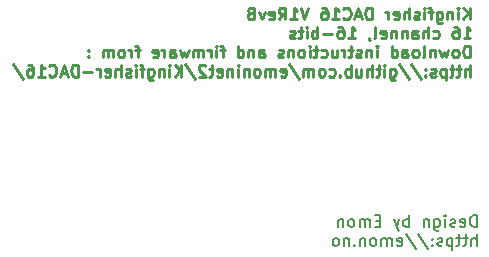
<source format=gbr>
%TF.GenerationSoftware,KiCad,Pcbnew,8.0.5*%
%TF.CreationDate,2024-10-20T03:08:34+02:00*%
%TF.ProjectId,Kingfisher,4b696e67-6669-4736-9865-722e6b696361,rev?*%
%TF.SameCoordinates,Original*%
%TF.FileFunction,Legend,Bot*%
%TF.FilePolarity,Positive*%
%FSLAX46Y46*%
G04 Gerber Fmt 4.6, Leading zero omitted, Abs format (unit mm)*
G04 Created by KiCad (PCBNEW 8.0.5) date 2024-10-20 03:08:34*
%MOMM*%
%LPD*%
G01*
G04 APERTURE LIST*
%ADD10C,0.250000*%
%ADD11C,0.150000*%
G04 APERTURE END LIST*
D10*
X169597431Y-114784787D02*
X169597431Y-113784787D01*
X169026003Y-114784787D02*
X169454574Y-114213358D01*
X169026003Y-113784787D02*
X169597431Y-114356215D01*
X168597431Y-114784787D02*
X168597431Y-114118120D01*
X168597431Y-113784787D02*
X168645050Y-113832406D01*
X168645050Y-113832406D02*
X168597431Y-113880025D01*
X168597431Y-113880025D02*
X168549812Y-113832406D01*
X168549812Y-113832406D02*
X168597431Y-113784787D01*
X168597431Y-113784787D02*
X168597431Y-113880025D01*
X168121241Y-114118120D02*
X168121241Y-114784787D01*
X168121241Y-114213358D02*
X168073622Y-114165739D01*
X168073622Y-114165739D02*
X167978384Y-114118120D01*
X167978384Y-114118120D02*
X167835527Y-114118120D01*
X167835527Y-114118120D02*
X167740289Y-114165739D01*
X167740289Y-114165739D02*
X167692670Y-114260977D01*
X167692670Y-114260977D02*
X167692670Y-114784787D01*
X166787908Y-114118120D02*
X166787908Y-114927644D01*
X166787908Y-114927644D02*
X166835527Y-115022882D01*
X166835527Y-115022882D02*
X166883146Y-115070501D01*
X166883146Y-115070501D02*
X166978384Y-115118120D01*
X166978384Y-115118120D02*
X167121241Y-115118120D01*
X167121241Y-115118120D02*
X167216479Y-115070501D01*
X166787908Y-114737168D02*
X166883146Y-114784787D01*
X166883146Y-114784787D02*
X167073622Y-114784787D01*
X167073622Y-114784787D02*
X167168860Y-114737168D01*
X167168860Y-114737168D02*
X167216479Y-114689548D01*
X167216479Y-114689548D02*
X167264098Y-114594310D01*
X167264098Y-114594310D02*
X167264098Y-114308596D01*
X167264098Y-114308596D02*
X167216479Y-114213358D01*
X167216479Y-114213358D02*
X167168860Y-114165739D01*
X167168860Y-114165739D02*
X167073622Y-114118120D01*
X167073622Y-114118120D02*
X166883146Y-114118120D01*
X166883146Y-114118120D02*
X166787908Y-114165739D01*
X166454574Y-114118120D02*
X166073622Y-114118120D01*
X166311717Y-114784787D02*
X166311717Y-113927644D01*
X166311717Y-113927644D02*
X166264098Y-113832406D01*
X166264098Y-113832406D02*
X166168860Y-113784787D01*
X166168860Y-113784787D02*
X166073622Y-113784787D01*
X165740288Y-114784787D02*
X165740288Y-114118120D01*
X165740288Y-113784787D02*
X165787907Y-113832406D01*
X165787907Y-113832406D02*
X165740288Y-113880025D01*
X165740288Y-113880025D02*
X165692669Y-113832406D01*
X165692669Y-113832406D02*
X165740288Y-113784787D01*
X165740288Y-113784787D02*
X165740288Y-113880025D01*
X165311717Y-114737168D02*
X165216479Y-114784787D01*
X165216479Y-114784787D02*
X165026003Y-114784787D01*
X165026003Y-114784787D02*
X164930765Y-114737168D01*
X164930765Y-114737168D02*
X164883146Y-114641929D01*
X164883146Y-114641929D02*
X164883146Y-114594310D01*
X164883146Y-114594310D02*
X164930765Y-114499072D01*
X164930765Y-114499072D02*
X165026003Y-114451453D01*
X165026003Y-114451453D02*
X165168860Y-114451453D01*
X165168860Y-114451453D02*
X165264098Y-114403834D01*
X165264098Y-114403834D02*
X165311717Y-114308596D01*
X165311717Y-114308596D02*
X165311717Y-114260977D01*
X165311717Y-114260977D02*
X165264098Y-114165739D01*
X165264098Y-114165739D02*
X165168860Y-114118120D01*
X165168860Y-114118120D02*
X165026003Y-114118120D01*
X165026003Y-114118120D02*
X164930765Y-114165739D01*
X164454574Y-114784787D02*
X164454574Y-113784787D01*
X164026003Y-114784787D02*
X164026003Y-114260977D01*
X164026003Y-114260977D02*
X164073622Y-114165739D01*
X164073622Y-114165739D02*
X164168860Y-114118120D01*
X164168860Y-114118120D02*
X164311717Y-114118120D01*
X164311717Y-114118120D02*
X164406955Y-114165739D01*
X164406955Y-114165739D02*
X164454574Y-114213358D01*
X163168860Y-114737168D02*
X163264098Y-114784787D01*
X163264098Y-114784787D02*
X163454574Y-114784787D01*
X163454574Y-114784787D02*
X163549812Y-114737168D01*
X163549812Y-114737168D02*
X163597431Y-114641929D01*
X163597431Y-114641929D02*
X163597431Y-114260977D01*
X163597431Y-114260977D02*
X163549812Y-114165739D01*
X163549812Y-114165739D02*
X163454574Y-114118120D01*
X163454574Y-114118120D02*
X163264098Y-114118120D01*
X163264098Y-114118120D02*
X163168860Y-114165739D01*
X163168860Y-114165739D02*
X163121241Y-114260977D01*
X163121241Y-114260977D02*
X163121241Y-114356215D01*
X163121241Y-114356215D02*
X163597431Y-114451453D01*
X162692669Y-114784787D02*
X162692669Y-114118120D01*
X162692669Y-114308596D02*
X162645050Y-114213358D01*
X162645050Y-114213358D02*
X162597431Y-114165739D01*
X162597431Y-114165739D02*
X162502193Y-114118120D01*
X162502193Y-114118120D02*
X162406955Y-114118120D01*
X161311716Y-114784787D02*
X161311716Y-113784787D01*
X161311716Y-113784787D02*
X161073621Y-113784787D01*
X161073621Y-113784787D02*
X160930764Y-113832406D01*
X160930764Y-113832406D02*
X160835526Y-113927644D01*
X160835526Y-113927644D02*
X160787907Y-114022882D01*
X160787907Y-114022882D02*
X160740288Y-114213358D01*
X160740288Y-114213358D02*
X160740288Y-114356215D01*
X160740288Y-114356215D02*
X160787907Y-114546691D01*
X160787907Y-114546691D02*
X160835526Y-114641929D01*
X160835526Y-114641929D02*
X160930764Y-114737168D01*
X160930764Y-114737168D02*
X161073621Y-114784787D01*
X161073621Y-114784787D02*
X161311716Y-114784787D01*
X160359335Y-114499072D02*
X159883145Y-114499072D01*
X160454573Y-114784787D02*
X160121240Y-113784787D01*
X160121240Y-113784787D02*
X159787907Y-114784787D01*
X158883145Y-114689548D02*
X158930764Y-114737168D01*
X158930764Y-114737168D02*
X159073621Y-114784787D01*
X159073621Y-114784787D02*
X159168859Y-114784787D01*
X159168859Y-114784787D02*
X159311716Y-114737168D01*
X159311716Y-114737168D02*
X159406954Y-114641929D01*
X159406954Y-114641929D02*
X159454573Y-114546691D01*
X159454573Y-114546691D02*
X159502192Y-114356215D01*
X159502192Y-114356215D02*
X159502192Y-114213358D01*
X159502192Y-114213358D02*
X159454573Y-114022882D01*
X159454573Y-114022882D02*
X159406954Y-113927644D01*
X159406954Y-113927644D02*
X159311716Y-113832406D01*
X159311716Y-113832406D02*
X159168859Y-113784787D01*
X159168859Y-113784787D02*
X159073621Y-113784787D01*
X159073621Y-113784787D02*
X158930764Y-113832406D01*
X158930764Y-113832406D02*
X158883145Y-113880025D01*
X157930764Y-114784787D02*
X158502192Y-114784787D01*
X158216478Y-114784787D02*
X158216478Y-113784787D01*
X158216478Y-113784787D02*
X158311716Y-113927644D01*
X158311716Y-113927644D02*
X158406954Y-114022882D01*
X158406954Y-114022882D02*
X158502192Y-114070501D01*
X157073621Y-113784787D02*
X157264097Y-113784787D01*
X157264097Y-113784787D02*
X157359335Y-113832406D01*
X157359335Y-113832406D02*
X157406954Y-113880025D01*
X157406954Y-113880025D02*
X157502192Y-114022882D01*
X157502192Y-114022882D02*
X157549811Y-114213358D01*
X157549811Y-114213358D02*
X157549811Y-114594310D01*
X157549811Y-114594310D02*
X157502192Y-114689548D01*
X157502192Y-114689548D02*
X157454573Y-114737168D01*
X157454573Y-114737168D02*
X157359335Y-114784787D01*
X157359335Y-114784787D02*
X157168859Y-114784787D01*
X157168859Y-114784787D02*
X157073621Y-114737168D01*
X157073621Y-114737168D02*
X157026002Y-114689548D01*
X157026002Y-114689548D02*
X156978383Y-114594310D01*
X156978383Y-114594310D02*
X156978383Y-114356215D01*
X156978383Y-114356215D02*
X157026002Y-114260977D01*
X157026002Y-114260977D02*
X157073621Y-114213358D01*
X157073621Y-114213358D02*
X157168859Y-114165739D01*
X157168859Y-114165739D02*
X157359335Y-114165739D01*
X157359335Y-114165739D02*
X157454573Y-114213358D01*
X157454573Y-114213358D02*
X157502192Y-114260977D01*
X157502192Y-114260977D02*
X157549811Y-114356215D01*
X155930763Y-113784787D02*
X155597430Y-114784787D01*
X155597430Y-114784787D02*
X155264097Y-113784787D01*
X154406954Y-114784787D02*
X154978382Y-114784787D01*
X154692668Y-114784787D02*
X154692668Y-113784787D01*
X154692668Y-113784787D02*
X154787906Y-113927644D01*
X154787906Y-113927644D02*
X154883144Y-114022882D01*
X154883144Y-114022882D02*
X154978382Y-114070501D01*
X153406954Y-114784787D02*
X153740287Y-114308596D01*
X153978382Y-114784787D02*
X153978382Y-113784787D01*
X153978382Y-113784787D02*
X153597430Y-113784787D01*
X153597430Y-113784787D02*
X153502192Y-113832406D01*
X153502192Y-113832406D02*
X153454573Y-113880025D01*
X153454573Y-113880025D02*
X153406954Y-113975263D01*
X153406954Y-113975263D02*
X153406954Y-114118120D01*
X153406954Y-114118120D02*
X153454573Y-114213358D01*
X153454573Y-114213358D02*
X153502192Y-114260977D01*
X153502192Y-114260977D02*
X153597430Y-114308596D01*
X153597430Y-114308596D02*
X153978382Y-114308596D01*
X152597430Y-114737168D02*
X152692668Y-114784787D01*
X152692668Y-114784787D02*
X152883144Y-114784787D01*
X152883144Y-114784787D02*
X152978382Y-114737168D01*
X152978382Y-114737168D02*
X153026001Y-114641929D01*
X153026001Y-114641929D02*
X153026001Y-114260977D01*
X153026001Y-114260977D02*
X152978382Y-114165739D01*
X152978382Y-114165739D02*
X152883144Y-114118120D01*
X152883144Y-114118120D02*
X152692668Y-114118120D01*
X152692668Y-114118120D02*
X152597430Y-114165739D01*
X152597430Y-114165739D02*
X152549811Y-114260977D01*
X152549811Y-114260977D02*
X152549811Y-114356215D01*
X152549811Y-114356215D02*
X153026001Y-114451453D01*
X152216477Y-114118120D02*
X151978382Y-114784787D01*
X151978382Y-114784787D02*
X151740287Y-114118120D01*
X151026001Y-114260977D02*
X150883144Y-114308596D01*
X150883144Y-114308596D02*
X150835525Y-114356215D01*
X150835525Y-114356215D02*
X150787906Y-114451453D01*
X150787906Y-114451453D02*
X150787906Y-114594310D01*
X150787906Y-114594310D02*
X150835525Y-114689548D01*
X150835525Y-114689548D02*
X150883144Y-114737168D01*
X150883144Y-114737168D02*
X150978382Y-114784787D01*
X150978382Y-114784787D02*
X151359334Y-114784787D01*
X151359334Y-114784787D02*
X151359334Y-113784787D01*
X151359334Y-113784787D02*
X151026001Y-113784787D01*
X151026001Y-113784787D02*
X150930763Y-113832406D01*
X150930763Y-113832406D02*
X150883144Y-113880025D01*
X150883144Y-113880025D02*
X150835525Y-113975263D01*
X150835525Y-113975263D02*
X150835525Y-114070501D01*
X150835525Y-114070501D02*
X150883144Y-114165739D01*
X150883144Y-114165739D02*
X150930763Y-114213358D01*
X150930763Y-114213358D02*
X151026001Y-114260977D01*
X151026001Y-114260977D02*
X151359334Y-114260977D01*
X169073622Y-116394731D02*
X169645050Y-116394731D01*
X169359336Y-116394731D02*
X169359336Y-115394731D01*
X169359336Y-115394731D02*
X169454574Y-115537588D01*
X169454574Y-115537588D02*
X169549812Y-115632826D01*
X169549812Y-115632826D02*
X169645050Y-115680445D01*
X168216479Y-115394731D02*
X168406955Y-115394731D01*
X168406955Y-115394731D02*
X168502193Y-115442350D01*
X168502193Y-115442350D02*
X168549812Y-115489969D01*
X168549812Y-115489969D02*
X168645050Y-115632826D01*
X168645050Y-115632826D02*
X168692669Y-115823302D01*
X168692669Y-115823302D02*
X168692669Y-116204254D01*
X168692669Y-116204254D02*
X168645050Y-116299492D01*
X168645050Y-116299492D02*
X168597431Y-116347112D01*
X168597431Y-116347112D02*
X168502193Y-116394731D01*
X168502193Y-116394731D02*
X168311717Y-116394731D01*
X168311717Y-116394731D02*
X168216479Y-116347112D01*
X168216479Y-116347112D02*
X168168860Y-116299492D01*
X168168860Y-116299492D02*
X168121241Y-116204254D01*
X168121241Y-116204254D02*
X168121241Y-115966159D01*
X168121241Y-115966159D02*
X168168860Y-115870921D01*
X168168860Y-115870921D02*
X168216479Y-115823302D01*
X168216479Y-115823302D02*
X168311717Y-115775683D01*
X168311717Y-115775683D02*
X168502193Y-115775683D01*
X168502193Y-115775683D02*
X168597431Y-115823302D01*
X168597431Y-115823302D02*
X168645050Y-115870921D01*
X168645050Y-115870921D02*
X168692669Y-115966159D01*
X166502193Y-116347112D02*
X166597431Y-116394731D01*
X166597431Y-116394731D02*
X166787907Y-116394731D01*
X166787907Y-116394731D02*
X166883145Y-116347112D01*
X166883145Y-116347112D02*
X166930764Y-116299492D01*
X166930764Y-116299492D02*
X166978383Y-116204254D01*
X166978383Y-116204254D02*
X166978383Y-115918540D01*
X166978383Y-115918540D02*
X166930764Y-115823302D01*
X166930764Y-115823302D02*
X166883145Y-115775683D01*
X166883145Y-115775683D02*
X166787907Y-115728064D01*
X166787907Y-115728064D02*
X166597431Y-115728064D01*
X166597431Y-115728064D02*
X166502193Y-115775683D01*
X166073621Y-116394731D02*
X166073621Y-115394731D01*
X165645050Y-116394731D02*
X165645050Y-115870921D01*
X165645050Y-115870921D02*
X165692669Y-115775683D01*
X165692669Y-115775683D02*
X165787907Y-115728064D01*
X165787907Y-115728064D02*
X165930764Y-115728064D01*
X165930764Y-115728064D02*
X166026002Y-115775683D01*
X166026002Y-115775683D02*
X166073621Y-115823302D01*
X164740288Y-116394731D02*
X164740288Y-115870921D01*
X164740288Y-115870921D02*
X164787907Y-115775683D01*
X164787907Y-115775683D02*
X164883145Y-115728064D01*
X164883145Y-115728064D02*
X165073621Y-115728064D01*
X165073621Y-115728064D02*
X165168859Y-115775683D01*
X164740288Y-116347112D02*
X164835526Y-116394731D01*
X164835526Y-116394731D02*
X165073621Y-116394731D01*
X165073621Y-116394731D02*
X165168859Y-116347112D01*
X165168859Y-116347112D02*
X165216478Y-116251873D01*
X165216478Y-116251873D02*
X165216478Y-116156635D01*
X165216478Y-116156635D02*
X165168859Y-116061397D01*
X165168859Y-116061397D02*
X165073621Y-116013778D01*
X165073621Y-116013778D02*
X164835526Y-116013778D01*
X164835526Y-116013778D02*
X164740288Y-115966159D01*
X164264097Y-115728064D02*
X164264097Y-116394731D01*
X164264097Y-115823302D02*
X164216478Y-115775683D01*
X164216478Y-115775683D02*
X164121240Y-115728064D01*
X164121240Y-115728064D02*
X163978383Y-115728064D01*
X163978383Y-115728064D02*
X163883145Y-115775683D01*
X163883145Y-115775683D02*
X163835526Y-115870921D01*
X163835526Y-115870921D02*
X163835526Y-116394731D01*
X163359335Y-115728064D02*
X163359335Y-116394731D01*
X163359335Y-115823302D02*
X163311716Y-115775683D01*
X163311716Y-115775683D02*
X163216478Y-115728064D01*
X163216478Y-115728064D02*
X163073621Y-115728064D01*
X163073621Y-115728064D02*
X162978383Y-115775683D01*
X162978383Y-115775683D02*
X162930764Y-115870921D01*
X162930764Y-115870921D02*
X162930764Y-116394731D01*
X162073621Y-116347112D02*
X162168859Y-116394731D01*
X162168859Y-116394731D02*
X162359335Y-116394731D01*
X162359335Y-116394731D02*
X162454573Y-116347112D01*
X162454573Y-116347112D02*
X162502192Y-116251873D01*
X162502192Y-116251873D02*
X162502192Y-115870921D01*
X162502192Y-115870921D02*
X162454573Y-115775683D01*
X162454573Y-115775683D02*
X162359335Y-115728064D01*
X162359335Y-115728064D02*
X162168859Y-115728064D01*
X162168859Y-115728064D02*
X162073621Y-115775683D01*
X162073621Y-115775683D02*
X162026002Y-115870921D01*
X162026002Y-115870921D02*
X162026002Y-115966159D01*
X162026002Y-115966159D02*
X162502192Y-116061397D01*
X161454573Y-116394731D02*
X161549811Y-116347112D01*
X161549811Y-116347112D02*
X161597430Y-116251873D01*
X161597430Y-116251873D02*
X161597430Y-115394731D01*
X161026001Y-116347112D02*
X161026001Y-116394731D01*
X161026001Y-116394731D02*
X161073620Y-116489969D01*
X161073620Y-116489969D02*
X161121239Y-116537588D01*
X159311716Y-116394731D02*
X159883144Y-116394731D01*
X159597430Y-116394731D02*
X159597430Y-115394731D01*
X159597430Y-115394731D02*
X159692668Y-115537588D01*
X159692668Y-115537588D02*
X159787906Y-115632826D01*
X159787906Y-115632826D02*
X159883144Y-115680445D01*
X158454573Y-115394731D02*
X158645049Y-115394731D01*
X158645049Y-115394731D02*
X158740287Y-115442350D01*
X158740287Y-115442350D02*
X158787906Y-115489969D01*
X158787906Y-115489969D02*
X158883144Y-115632826D01*
X158883144Y-115632826D02*
X158930763Y-115823302D01*
X158930763Y-115823302D02*
X158930763Y-116204254D01*
X158930763Y-116204254D02*
X158883144Y-116299492D01*
X158883144Y-116299492D02*
X158835525Y-116347112D01*
X158835525Y-116347112D02*
X158740287Y-116394731D01*
X158740287Y-116394731D02*
X158549811Y-116394731D01*
X158549811Y-116394731D02*
X158454573Y-116347112D01*
X158454573Y-116347112D02*
X158406954Y-116299492D01*
X158406954Y-116299492D02*
X158359335Y-116204254D01*
X158359335Y-116204254D02*
X158359335Y-115966159D01*
X158359335Y-115966159D02*
X158406954Y-115870921D01*
X158406954Y-115870921D02*
X158454573Y-115823302D01*
X158454573Y-115823302D02*
X158549811Y-115775683D01*
X158549811Y-115775683D02*
X158740287Y-115775683D01*
X158740287Y-115775683D02*
X158835525Y-115823302D01*
X158835525Y-115823302D02*
X158883144Y-115870921D01*
X158883144Y-115870921D02*
X158930763Y-115966159D01*
X157930763Y-116013778D02*
X157168859Y-116013778D01*
X156692668Y-116394731D02*
X156692668Y-115394731D01*
X156692668Y-115775683D02*
X156597430Y-115728064D01*
X156597430Y-115728064D02*
X156406954Y-115728064D01*
X156406954Y-115728064D02*
X156311716Y-115775683D01*
X156311716Y-115775683D02*
X156264097Y-115823302D01*
X156264097Y-115823302D02*
X156216478Y-115918540D01*
X156216478Y-115918540D02*
X156216478Y-116204254D01*
X156216478Y-116204254D02*
X156264097Y-116299492D01*
X156264097Y-116299492D02*
X156311716Y-116347112D01*
X156311716Y-116347112D02*
X156406954Y-116394731D01*
X156406954Y-116394731D02*
X156597430Y-116394731D01*
X156597430Y-116394731D02*
X156692668Y-116347112D01*
X155787906Y-116394731D02*
X155787906Y-115728064D01*
X155787906Y-115394731D02*
X155835525Y-115442350D01*
X155835525Y-115442350D02*
X155787906Y-115489969D01*
X155787906Y-115489969D02*
X155740287Y-115442350D01*
X155740287Y-115442350D02*
X155787906Y-115394731D01*
X155787906Y-115394731D02*
X155787906Y-115489969D01*
X155454573Y-115728064D02*
X155073621Y-115728064D01*
X155311716Y-115394731D02*
X155311716Y-116251873D01*
X155311716Y-116251873D02*
X155264097Y-116347112D01*
X155264097Y-116347112D02*
X155168859Y-116394731D01*
X155168859Y-116394731D02*
X155073621Y-116394731D01*
X154787906Y-116347112D02*
X154692668Y-116394731D01*
X154692668Y-116394731D02*
X154502192Y-116394731D01*
X154502192Y-116394731D02*
X154406954Y-116347112D01*
X154406954Y-116347112D02*
X154359335Y-116251873D01*
X154359335Y-116251873D02*
X154359335Y-116204254D01*
X154359335Y-116204254D02*
X154406954Y-116109016D01*
X154406954Y-116109016D02*
X154502192Y-116061397D01*
X154502192Y-116061397D02*
X154645049Y-116061397D01*
X154645049Y-116061397D02*
X154740287Y-116013778D01*
X154740287Y-116013778D02*
X154787906Y-115918540D01*
X154787906Y-115918540D02*
X154787906Y-115870921D01*
X154787906Y-115870921D02*
X154740287Y-115775683D01*
X154740287Y-115775683D02*
X154645049Y-115728064D01*
X154645049Y-115728064D02*
X154502192Y-115728064D01*
X154502192Y-115728064D02*
X154406954Y-115775683D01*
X169597431Y-118004675D02*
X169597431Y-117004675D01*
X169597431Y-117004675D02*
X169359336Y-117004675D01*
X169359336Y-117004675D02*
X169216479Y-117052294D01*
X169216479Y-117052294D02*
X169121241Y-117147532D01*
X169121241Y-117147532D02*
X169073622Y-117242770D01*
X169073622Y-117242770D02*
X169026003Y-117433246D01*
X169026003Y-117433246D02*
X169026003Y-117576103D01*
X169026003Y-117576103D02*
X169073622Y-117766579D01*
X169073622Y-117766579D02*
X169121241Y-117861817D01*
X169121241Y-117861817D02*
X169216479Y-117957056D01*
X169216479Y-117957056D02*
X169359336Y-118004675D01*
X169359336Y-118004675D02*
X169597431Y-118004675D01*
X168454574Y-118004675D02*
X168549812Y-117957056D01*
X168549812Y-117957056D02*
X168597431Y-117909436D01*
X168597431Y-117909436D02*
X168645050Y-117814198D01*
X168645050Y-117814198D02*
X168645050Y-117528484D01*
X168645050Y-117528484D02*
X168597431Y-117433246D01*
X168597431Y-117433246D02*
X168549812Y-117385627D01*
X168549812Y-117385627D02*
X168454574Y-117338008D01*
X168454574Y-117338008D02*
X168311717Y-117338008D01*
X168311717Y-117338008D02*
X168216479Y-117385627D01*
X168216479Y-117385627D02*
X168168860Y-117433246D01*
X168168860Y-117433246D02*
X168121241Y-117528484D01*
X168121241Y-117528484D02*
X168121241Y-117814198D01*
X168121241Y-117814198D02*
X168168860Y-117909436D01*
X168168860Y-117909436D02*
X168216479Y-117957056D01*
X168216479Y-117957056D02*
X168311717Y-118004675D01*
X168311717Y-118004675D02*
X168454574Y-118004675D01*
X167787907Y-117338008D02*
X167597431Y-118004675D01*
X167597431Y-118004675D02*
X167406955Y-117528484D01*
X167406955Y-117528484D02*
X167216479Y-118004675D01*
X167216479Y-118004675D02*
X167026003Y-117338008D01*
X166645050Y-117338008D02*
X166645050Y-118004675D01*
X166645050Y-117433246D02*
X166597431Y-117385627D01*
X166597431Y-117385627D02*
X166502193Y-117338008D01*
X166502193Y-117338008D02*
X166359336Y-117338008D01*
X166359336Y-117338008D02*
X166264098Y-117385627D01*
X166264098Y-117385627D02*
X166216479Y-117480865D01*
X166216479Y-117480865D02*
X166216479Y-118004675D01*
X165597431Y-118004675D02*
X165692669Y-117957056D01*
X165692669Y-117957056D02*
X165740288Y-117861817D01*
X165740288Y-117861817D02*
X165740288Y-117004675D01*
X165073621Y-118004675D02*
X165168859Y-117957056D01*
X165168859Y-117957056D02*
X165216478Y-117909436D01*
X165216478Y-117909436D02*
X165264097Y-117814198D01*
X165264097Y-117814198D02*
X165264097Y-117528484D01*
X165264097Y-117528484D02*
X165216478Y-117433246D01*
X165216478Y-117433246D02*
X165168859Y-117385627D01*
X165168859Y-117385627D02*
X165073621Y-117338008D01*
X165073621Y-117338008D02*
X164930764Y-117338008D01*
X164930764Y-117338008D02*
X164835526Y-117385627D01*
X164835526Y-117385627D02*
X164787907Y-117433246D01*
X164787907Y-117433246D02*
X164740288Y-117528484D01*
X164740288Y-117528484D02*
X164740288Y-117814198D01*
X164740288Y-117814198D02*
X164787907Y-117909436D01*
X164787907Y-117909436D02*
X164835526Y-117957056D01*
X164835526Y-117957056D02*
X164930764Y-118004675D01*
X164930764Y-118004675D02*
X165073621Y-118004675D01*
X163883145Y-118004675D02*
X163883145Y-117480865D01*
X163883145Y-117480865D02*
X163930764Y-117385627D01*
X163930764Y-117385627D02*
X164026002Y-117338008D01*
X164026002Y-117338008D02*
X164216478Y-117338008D01*
X164216478Y-117338008D02*
X164311716Y-117385627D01*
X163883145Y-117957056D02*
X163978383Y-118004675D01*
X163978383Y-118004675D02*
X164216478Y-118004675D01*
X164216478Y-118004675D02*
X164311716Y-117957056D01*
X164311716Y-117957056D02*
X164359335Y-117861817D01*
X164359335Y-117861817D02*
X164359335Y-117766579D01*
X164359335Y-117766579D02*
X164311716Y-117671341D01*
X164311716Y-117671341D02*
X164216478Y-117623722D01*
X164216478Y-117623722D02*
X163978383Y-117623722D01*
X163978383Y-117623722D02*
X163883145Y-117576103D01*
X162978383Y-118004675D02*
X162978383Y-117004675D01*
X162978383Y-117957056D02*
X163073621Y-118004675D01*
X163073621Y-118004675D02*
X163264097Y-118004675D01*
X163264097Y-118004675D02*
X163359335Y-117957056D01*
X163359335Y-117957056D02*
X163406954Y-117909436D01*
X163406954Y-117909436D02*
X163454573Y-117814198D01*
X163454573Y-117814198D02*
X163454573Y-117528484D01*
X163454573Y-117528484D02*
X163406954Y-117433246D01*
X163406954Y-117433246D02*
X163359335Y-117385627D01*
X163359335Y-117385627D02*
X163264097Y-117338008D01*
X163264097Y-117338008D02*
X163073621Y-117338008D01*
X163073621Y-117338008D02*
X162978383Y-117385627D01*
X161740287Y-118004675D02*
X161740287Y-117338008D01*
X161740287Y-117004675D02*
X161787906Y-117052294D01*
X161787906Y-117052294D02*
X161740287Y-117099913D01*
X161740287Y-117099913D02*
X161692668Y-117052294D01*
X161692668Y-117052294D02*
X161740287Y-117004675D01*
X161740287Y-117004675D02*
X161740287Y-117099913D01*
X161264097Y-117338008D02*
X161264097Y-118004675D01*
X161264097Y-117433246D02*
X161216478Y-117385627D01*
X161216478Y-117385627D02*
X161121240Y-117338008D01*
X161121240Y-117338008D02*
X160978383Y-117338008D01*
X160978383Y-117338008D02*
X160883145Y-117385627D01*
X160883145Y-117385627D02*
X160835526Y-117480865D01*
X160835526Y-117480865D02*
X160835526Y-118004675D01*
X160406954Y-117957056D02*
X160311716Y-118004675D01*
X160311716Y-118004675D02*
X160121240Y-118004675D01*
X160121240Y-118004675D02*
X160026002Y-117957056D01*
X160026002Y-117957056D02*
X159978383Y-117861817D01*
X159978383Y-117861817D02*
X159978383Y-117814198D01*
X159978383Y-117814198D02*
X160026002Y-117718960D01*
X160026002Y-117718960D02*
X160121240Y-117671341D01*
X160121240Y-117671341D02*
X160264097Y-117671341D01*
X160264097Y-117671341D02*
X160359335Y-117623722D01*
X160359335Y-117623722D02*
X160406954Y-117528484D01*
X160406954Y-117528484D02*
X160406954Y-117480865D01*
X160406954Y-117480865D02*
X160359335Y-117385627D01*
X160359335Y-117385627D02*
X160264097Y-117338008D01*
X160264097Y-117338008D02*
X160121240Y-117338008D01*
X160121240Y-117338008D02*
X160026002Y-117385627D01*
X159692668Y-117338008D02*
X159311716Y-117338008D01*
X159549811Y-117004675D02*
X159549811Y-117861817D01*
X159549811Y-117861817D02*
X159502192Y-117957056D01*
X159502192Y-117957056D02*
X159406954Y-118004675D01*
X159406954Y-118004675D02*
X159311716Y-118004675D01*
X158978382Y-118004675D02*
X158978382Y-117338008D01*
X158978382Y-117528484D02*
X158930763Y-117433246D01*
X158930763Y-117433246D02*
X158883144Y-117385627D01*
X158883144Y-117385627D02*
X158787906Y-117338008D01*
X158787906Y-117338008D02*
X158692668Y-117338008D01*
X157930763Y-117338008D02*
X157930763Y-118004675D01*
X158359334Y-117338008D02*
X158359334Y-117861817D01*
X158359334Y-117861817D02*
X158311715Y-117957056D01*
X158311715Y-117957056D02*
X158216477Y-118004675D01*
X158216477Y-118004675D02*
X158073620Y-118004675D01*
X158073620Y-118004675D02*
X157978382Y-117957056D01*
X157978382Y-117957056D02*
X157930763Y-117909436D01*
X157026001Y-117957056D02*
X157121239Y-118004675D01*
X157121239Y-118004675D02*
X157311715Y-118004675D01*
X157311715Y-118004675D02*
X157406953Y-117957056D01*
X157406953Y-117957056D02*
X157454572Y-117909436D01*
X157454572Y-117909436D02*
X157502191Y-117814198D01*
X157502191Y-117814198D02*
X157502191Y-117528484D01*
X157502191Y-117528484D02*
X157454572Y-117433246D01*
X157454572Y-117433246D02*
X157406953Y-117385627D01*
X157406953Y-117385627D02*
X157311715Y-117338008D01*
X157311715Y-117338008D02*
X157121239Y-117338008D01*
X157121239Y-117338008D02*
X157026001Y-117385627D01*
X156740286Y-117338008D02*
X156359334Y-117338008D01*
X156597429Y-117004675D02*
X156597429Y-117861817D01*
X156597429Y-117861817D02*
X156549810Y-117957056D01*
X156549810Y-117957056D02*
X156454572Y-118004675D01*
X156454572Y-118004675D02*
X156359334Y-118004675D01*
X156026000Y-118004675D02*
X156026000Y-117338008D01*
X156026000Y-117004675D02*
X156073619Y-117052294D01*
X156073619Y-117052294D02*
X156026000Y-117099913D01*
X156026000Y-117099913D02*
X155978381Y-117052294D01*
X155978381Y-117052294D02*
X156026000Y-117004675D01*
X156026000Y-117004675D02*
X156026000Y-117099913D01*
X155406953Y-118004675D02*
X155502191Y-117957056D01*
X155502191Y-117957056D02*
X155549810Y-117909436D01*
X155549810Y-117909436D02*
X155597429Y-117814198D01*
X155597429Y-117814198D02*
X155597429Y-117528484D01*
X155597429Y-117528484D02*
X155549810Y-117433246D01*
X155549810Y-117433246D02*
X155502191Y-117385627D01*
X155502191Y-117385627D02*
X155406953Y-117338008D01*
X155406953Y-117338008D02*
X155264096Y-117338008D01*
X155264096Y-117338008D02*
X155168858Y-117385627D01*
X155168858Y-117385627D02*
X155121239Y-117433246D01*
X155121239Y-117433246D02*
X155073620Y-117528484D01*
X155073620Y-117528484D02*
X155073620Y-117814198D01*
X155073620Y-117814198D02*
X155121239Y-117909436D01*
X155121239Y-117909436D02*
X155168858Y-117957056D01*
X155168858Y-117957056D02*
X155264096Y-118004675D01*
X155264096Y-118004675D02*
X155406953Y-118004675D01*
X154645048Y-117338008D02*
X154645048Y-118004675D01*
X154645048Y-117433246D02*
X154597429Y-117385627D01*
X154597429Y-117385627D02*
X154502191Y-117338008D01*
X154502191Y-117338008D02*
X154359334Y-117338008D01*
X154359334Y-117338008D02*
X154264096Y-117385627D01*
X154264096Y-117385627D02*
X154216477Y-117480865D01*
X154216477Y-117480865D02*
X154216477Y-118004675D01*
X153787905Y-117957056D02*
X153692667Y-118004675D01*
X153692667Y-118004675D02*
X153502191Y-118004675D01*
X153502191Y-118004675D02*
X153406953Y-117957056D01*
X153406953Y-117957056D02*
X153359334Y-117861817D01*
X153359334Y-117861817D02*
X153359334Y-117814198D01*
X153359334Y-117814198D02*
X153406953Y-117718960D01*
X153406953Y-117718960D02*
X153502191Y-117671341D01*
X153502191Y-117671341D02*
X153645048Y-117671341D01*
X153645048Y-117671341D02*
X153740286Y-117623722D01*
X153740286Y-117623722D02*
X153787905Y-117528484D01*
X153787905Y-117528484D02*
X153787905Y-117480865D01*
X153787905Y-117480865D02*
X153740286Y-117385627D01*
X153740286Y-117385627D02*
X153645048Y-117338008D01*
X153645048Y-117338008D02*
X153502191Y-117338008D01*
X153502191Y-117338008D02*
X153406953Y-117385627D01*
X151740286Y-118004675D02*
X151740286Y-117480865D01*
X151740286Y-117480865D02*
X151787905Y-117385627D01*
X151787905Y-117385627D02*
X151883143Y-117338008D01*
X151883143Y-117338008D02*
X152073619Y-117338008D01*
X152073619Y-117338008D02*
X152168857Y-117385627D01*
X151740286Y-117957056D02*
X151835524Y-118004675D01*
X151835524Y-118004675D02*
X152073619Y-118004675D01*
X152073619Y-118004675D02*
X152168857Y-117957056D01*
X152168857Y-117957056D02*
X152216476Y-117861817D01*
X152216476Y-117861817D02*
X152216476Y-117766579D01*
X152216476Y-117766579D02*
X152168857Y-117671341D01*
X152168857Y-117671341D02*
X152073619Y-117623722D01*
X152073619Y-117623722D02*
X151835524Y-117623722D01*
X151835524Y-117623722D02*
X151740286Y-117576103D01*
X151264095Y-117338008D02*
X151264095Y-118004675D01*
X151264095Y-117433246D02*
X151216476Y-117385627D01*
X151216476Y-117385627D02*
X151121238Y-117338008D01*
X151121238Y-117338008D02*
X150978381Y-117338008D01*
X150978381Y-117338008D02*
X150883143Y-117385627D01*
X150883143Y-117385627D02*
X150835524Y-117480865D01*
X150835524Y-117480865D02*
X150835524Y-118004675D01*
X149930762Y-118004675D02*
X149930762Y-117004675D01*
X149930762Y-117957056D02*
X150026000Y-118004675D01*
X150026000Y-118004675D02*
X150216476Y-118004675D01*
X150216476Y-118004675D02*
X150311714Y-117957056D01*
X150311714Y-117957056D02*
X150359333Y-117909436D01*
X150359333Y-117909436D02*
X150406952Y-117814198D01*
X150406952Y-117814198D02*
X150406952Y-117528484D01*
X150406952Y-117528484D02*
X150359333Y-117433246D01*
X150359333Y-117433246D02*
X150311714Y-117385627D01*
X150311714Y-117385627D02*
X150216476Y-117338008D01*
X150216476Y-117338008D02*
X150026000Y-117338008D01*
X150026000Y-117338008D02*
X149930762Y-117385627D01*
X148835523Y-117338008D02*
X148454571Y-117338008D01*
X148692666Y-118004675D02*
X148692666Y-117147532D01*
X148692666Y-117147532D02*
X148645047Y-117052294D01*
X148645047Y-117052294D02*
X148549809Y-117004675D01*
X148549809Y-117004675D02*
X148454571Y-117004675D01*
X148121237Y-118004675D02*
X148121237Y-117338008D01*
X148121237Y-117004675D02*
X148168856Y-117052294D01*
X148168856Y-117052294D02*
X148121237Y-117099913D01*
X148121237Y-117099913D02*
X148073618Y-117052294D01*
X148073618Y-117052294D02*
X148121237Y-117004675D01*
X148121237Y-117004675D02*
X148121237Y-117099913D01*
X147645047Y-118004675D02*
X147645047Y-117338008D01*
X147645047Y-117528484D02*
X147597428Y-117433246D01*
X147597428Y-117433246D02*
X147549809Y-117385627D01*
X147549809Y-117385627D02*
X147454571Y-117338008D01*
X147454571Y-117338008D02*
X147359333Y-117338008D01*
X147025999Y-118004675D02*
X147025999Y-117338008D01*
X147025999Y-117433246D02*
X146978380Y-117385627D01*
X146978380Y-117385627D02*
X146883142Y-117338008D01*
X146883142Y-117338008D02*
X146740285Y-117338008D01*
X146740285Y-117338008D02*
X146645047Y-117385627D01*
X146645047Y-117385627D02*
X146597428Y-117480865D01*
X146597428Y-117480865D02*
X146597428Y-118004675D01*
X146597428Y-117480865D02*
X146549809Y-117385627D01*
X146549809Y-117385627D02*
X146454571Y-117338008D01*
X146454571Y-117338008D02*
X146311714Y-117338008D01*
X146311714Y-117338008D02*
X146216475Y-117385627D01*
X146216475Y-117385627D02*
X146168856Y-117480865D01*
X146168856Y-117480865D02*
X146168856Y-118004675D01*
X145787904Y-117338008D02*
X145597428Y-118004675D01*
X145597428Y-118004675D02*
X145406952Y-117528484D01*
X145406952Y-117528484D02*
X145216476Y-118004675D01*
X145216476Y-118004675D02*
X145026000Y-117338008D01*
X144216476Y-118004675D02*
X144216476Y-117480865D01*
X144216476Y-117480865D02*
X144264095Y-117385627D01*
X144264095Y-117385627D02*
X144359333Y-117338008D01*
X144359333Y-117338008D02*
X144549809Y-117338008D01*
X144549809Y-117338008D02*
X144645047Y-117385627D01*
X144216476Y-117957056D02*
X144311714Y-118004675D01*
X144311714Y-118004675D02*
X144549809Y-118004675D01*
X144549809Y-118004675D02*
X144645047Y-117957056D01*
X144645047Y-117957056D02*
X144692666Y-117861817D01*
X144692666Y-117861817D02*
X144692666Y-117766579D01*
X144692666Y-117766579D02*
X144645047Y-117671341D01*
X144645047Y-117671341D02*
X144549809Y-117623722D01*
X144549809Y-117623722D02*
X144311714Y-117623722D01*
X144311714Y-117623722D02*
X144216476Y-117576103D01*
X143740285Y-118004675D02*
X143740285Y-117338008D01*
X143740285Y-117528484D02*
X143692666Y-117433246D01*
X143692666Y-117433246D02*
X143645047Y-117385627D01*
X143645047Y-117385627D02*
X143549809Y-117338008D01*
X143549809Y-117338008D02*
X143454571Y-117338008D01*
X142740285Y-117957056D02*
X142835523Y-118004675D01*
X142835523Y-118004675D02*
X143025999Y-118004675D01*
X143025999Y-118004675D02*
X143121237Y-117957056D01*
X143121237Y-117957056D02*
X143168856Y-117861817D01*
X143168856Y-117861817D02*
X143168856Y-117480865D01*
X143168856Y-117480865D02*
X143121237Y-117385627D01*
X143121237Y-117385627D02*
X143025999Y-117338008D01*
X143025999Y-117338008D02*
X142835523Y-117338008D01*
X142835523Y-117338008D02*
X142740285Y-117385627D01*
X142740285Y-117385627D02*
X142692666Y-117480865D01*
X142692666Y-117480865D02*
X142692666Y-117576103D01*
X142692666Y-117576103D02*
X143168856Y-117671341D01*
X141645046Y-117338008D02*
X141264094Y-117338008D01*
X141502189Y-118004675D02*
X141502189Y-117147532D01*
X141502189Y-117147532D02*
X141454570Y-117052294D01*
X141454570Y-117052294D02*
X141359332Y-117004675D01*
X141359332Y-117004675D02*
X141264094Y-117004675D01*
X140930760Y-118004675D02*
X140930760Y-117338008D01*
X140930760Y-117528484D02*
X140883141Y-117433246D01*
X140883141Y-117433246D02*
X140835522Y-117385627D01*
X140835522Y-117385627D02*
X140740284Y-117338008D01*
X140740284Y-117338008D02*
X140645046Y-117338008D01*
X140168855Y-118004675D02*
X140264093Y-117957056D01*
X140264093Y-117957056D02*
X140311712Y-117909436D01*
X140311712Y-117909436D02*
X140359331Y-117814198D01*
X140359331Y-117814198D02*
X140359331Y-117528484D01*
X140359331Y-117528484D02*
X140311712Y-117433246D01*
X140311712Y-117433246D02*
X140264093Y-117385627D01*
X140264093Y-117385627D02*
X140168855Y-117338008D01*
X140168855Y-117338008D02*
X140025998Y-117338008D01*
X140025998Y-117338008D02*
X139930760Y-117385627D01*
X139930760Y-117385627D02*
X139883141Y-117433246D01*
X139883141Y-117433246D02*
X139835522Y-117528484D01*
X139835522Y-117528484D02*
X139835522Y-117814198D01*
X139835522Y-117814198D02*
X139883141Y-117909436D01*
X139883141Y-117909436D02*
X139930760Y-117957056D01*
X139930760Y-117957056D02*
X140025998Y-118004675D01*
X140025998Y-118004675D02*
X140168855Y-118004675D01*
X139406950Y-118004675D02*
X139406950Y-117338008D01*
X139406950Y-117433246D02*
X139359331Y-117385627D01*
X139359331Y-117385627D02*
X139264093Y-117338008D01*
X139264093Y-117338008D02*
X139121236Y-117338008D01*
X139121236Y-117338008D02*
X139025998Y-117385627D01*
X139025998Y-117385627D02*
X138978379Y-117480865D01*
X138978379Y-117480865D02*
X138978379Y-118004675D01*
X138978379Y-117480865D02*
X138930760Y-117385627D01*
X138930760Y-117385627D02*
X138835522Y-117338008D01*
X138835522Y-117338008D02*
X138692665Y-117338008D01*
X138692665Y-117338008D02*
X138597426Y-117385627D01*
X138597426Y-117385627D02*
X138549807Y-117480865D01*
X138549807Y-117480865D02*
X138549807Y-118004675D01*
X137311712Y-117909436D02*
X137264093Y-117957056D01*
X137264093Y-117957056D02*
X137311712Y-118004675D01*
X137311712Y-118004675D02*
X137359331Y-117957056D01*
X137359331Y-117957056D02*
X137311712Y-117909436D01*
X137311712Y-117909436D02*
X137311712Y-118004675D01*
X137311712Y-117385627D02*
X137264093Y-117433246D01*
X137264093Y-117433246D02*
X137311712Y-117480865D01*
X137311712Y-117480865D02*
X137359331Y-117433246D01*
X137359331Y-117433246D02*
X137311712Y-117385627D01*
X137311712Y-117385627D02*
X137311712Y-117480865D01*
X169597431Y-119614619D02*
X169597431Y-118614619D01*
X169168860Y-119614619D02*
X169168860Y-119090809D01*
X169168860Y-119090809D02*
X169216479Y-118995571D01*
X169216479Y-118995571D02*
X169311717Y-118947952D01*
X169311717Y-118947952D02*
X169454574Y-118947952D01*
X169454574Y-118947952D02*
X169549812Y-118995571D01*
X169549812Y-118995571D02*
X169597431Y-119043190D01*
X168835526Y-118947952D02*
X168454574Y-118947952D01*
X168692669Y-118614619D02*
X168692669Y-119471761D01*
X168692669Y-119471761D02*
X168645050Y-119567000D01*
X168645050Y-119567000D02*
X168549812Y-119614619D01*
X168549812Y-119614619D02*
X168454574Y-119614619D01*
X168264097Y-118947952D02*
X167883145Y-118947952D01*
X168121240Y-118614619D02*
X168121240Y-119471761D01*
X168121240Y-119471761D02*
X168073621Y-119567000D01*
X168073621Y-119567000D02*
X167978383Y-119614619D01*
X167978383Y-119614619D02*
X167883145Y-119614619D01*
X167549811Y-118947952D02*
X167549811Y-119947952D01*
X167549811Y-118995571D02*
X167454573Y-118947952D01*
X167454573Y-118947952D02*
X167264097Y-118947952D01*
X167264097Y-118947952D02*
X167168859Y-118995571D01*
X167168859Y-118995571D02*
X167121240Y-119043190D01*
X167121240Y-119043190D02*
X167073621Y-119138428D01*
X167073621Y-119138428D02*
X167073621Y-119424142D01*
X167073621Y-119424142D02*
X167121240Y-119519380D01*
X167121240Y-119519380D02*
X167168859Y-119567000D01*
X167168859Y-119567000D02*
X167264097Y-119614619D01*
X167264097Y-119614619D02*
X167454573Y-119614619D01*
X167454573Y-119614619D02*
X167549811Y-119567000D01*
X166692668Y-119567000D02*
X166597430Y-119614619D01*
X166597430Y-119614619D02*
X166406954Y-119614619D01*
X166406954Y-119614619D02*
X166311716Y-119567000D01*
X166311716Y-119567000D02*
X166264097Y-119471761D01*
X166264097Y-119471761D02*
X166264097Y-119424142D01*
X166264097Y-119424142D02*
X166311716Y-119328904D01*
X166311716Y-119328904D02*
X166406954Y-119281285D01*
X166406954Y-119281285D02*
X166549811Y-119281285D01*
X166549811Y-119281285D02*
X166645049Y-119233666D01*
X166645049Y-119233666D02*
X166692668Y-119138428D01*
X166692668Y-119138428D02*
X166692668Y-119090809D01*
X166692668Y-119090809D02*
X166645049Y-118995571D01*
X166645049Y-118995571D02*
X166549811Y-118947952D01*
X166549811Y-118947952D02*
X166406954Y-118947952D01*
X166406954Y-118947952D02*
X166311716Y-118995571D01*
X165835525Y-119519380D02*
X165787906Y-119567000D01*
X165787906Y-119567000D02*
X165835525Y-119614619D01*
X165835525Y-119614619D02*
X165883144Y-119567000D01*
X165883144Y-119567000D02*
X165835525Y-119519380D01*
X165835525Y-119519380D02*
X165835525Y-119614619D01*
X165835525Y-118995571D02*
X165787906Y-119043190D01*
X165787906Y-119043190D02*
X165835525Y-119090809D01*
X165835525Y-119090809D02*
X165883144Y-119043190D01*
X165883144Y-119043190D02*
X165835525Y-118995571D01*
X165835525Y-118995571D02*
X165835525Y-119090809D01*
X164645050Y-118567000D02*
X165502192Y-119852714D01*
X163597431Y-118567000D02*
X164454573Y-119852714D01*
X162835526Y-118947952D02*
X162835526Y-119757476D01*
X162835526Y-119757476D02*
X162883145Y-119852714D01*
X162883145Y-119852714D02*
X162930764Y-119900333D01*
X162930764Y-119900333D02*
X163026002Y-119947952D01*
X163026002Y-119947952D02*
X163168859Y-119947952D01*
X163168859Y-119947952D02*
X163264097Y-119900333D01*
X162835526Y-119567000D02*
X162930764Y-119614619D01*
X162930764Y-119614619D02*
X163121240Y-119614619D01*
X163121240Y-119614619D02*
X163216478Y-119567000D01*
X163216478Y-119567000D02*
X163264097Y-119519380D01*
X163264097Y-119519380D02*
X163311716Y-119424142D01*
X163311716Y-119424142D02*
X163311716Y-119138428D01*
X163311716Y-119138428D02*
X163264097Y-119043190D01*
X163264097Y-119043190D02*
X163216478Y-118995571D01*
X163216478Y-118995571D02*
X163121240Y-118947952D01*
X163121240Y-118947952D02*
X162930764Y-118947952D01*
X162930764Y-118947952D02*
X162835526Y-118995571D01*
X162359335Y-119614619D02*
X162359335Y-118947952D01*
X162359335Y-118614619D02*
X162406954Y-118662238D01*
X162406954Y-118662238D02*
X162359335Y-118709857D01*
X162359335Y-118709857D02*
X162311716Y-118662238D01*
X162311716Y-118662238D02*
X162359335Y-118614619D01*
X162359335Y-118614619D02*
X162359335Y-118709857D01*
X162026002Y-118947952D02*
X161645050Y-118947952D01*
X161883145Y-118614619D02*
X161883145Y-119471761D01*
X161883145Y-119471761D02*
X161835526Y-119567000D01*
X161835526Y-119567000D02*
X161740288Y-119614619D01*
X161740288Y-119614619D02*
X161645050Y-119614619D01*
X161311716Y-119614619D02*
X161311716Y-118614619D01*
X160883145Y-119614619D02*
X160883145Y-119090809D01*
X160883145Y-119090809D02*
X160930764Y-118995571D01*
X160930764Y-118995571D02*
X161026002Y-118947952D01*
X161026002Y-118947952D02*
X161168859Y-118947952D01*
X161168859Y-118947952D02*
X161264097Y-118995571D01*
X161264097Y-118995571D02*
X161311716Y-119043190D01*
X159978383Y-118947952D02*
X159978383Y-119614619D01*
X160406954Y-118947952D02*
X160406954Y-119471761D01*
X160406954Y-119471761D02*
X160359335Y-119567000D01*
X160359335Y-119567000D02*
X160264097Y-119614619D01*
X160264097Y-119614619D02*
X160121240Y-119614619D01*
X160121240Y-119614619D02*
X160026002Y-119567000D01*
X160026002Y-119567000D02*
X159978383Y-119519380D01*
X159502192Y-119614619D02*
X159502192Y-118614619D01*
X159502192Y-118995571D02*
X159406954Y-118947952D01*
X159406954Y-118947952D02*
X159216478Y-118947952D01*
X159216478Y-118947952D02*
X159121240Y-118995571D01*
X159121240Y-118995571D02*
X159073621Y-119043190D01*
X159073621Y-119043190D02*
X159026002Y-119138428D01*
X159026002Y-119138428D02*
X159026002Y-119424142D01*
X159026002Y-119424142D02*
X159073621Y-119519380D01*
X159073621Y-119519380D02*
X159121240Y-119567000D01*
X159121240Y-119567000D02*
X159216478Y-119614619D01*
X159216478Y-119614619D02*
X159406954Y-119614619D01*
X159406954Y-119614619D02*
X159502192Y-119567000D01*
X158597430Y-119519380D02*
X158549811Y-119567000D01*
X158549811Y-119567000D02*
X158597430Y-119614619D01*
X158597430Y-119614619D02*
X158645049Y-119567000D01*
X158645049Y-119567000D02*
X158597430Y-119519380D01*
X158597430Y-119519380D02*
X158597430Y-119614619D01*
X157692669Y-119567000D02*
X157787907Y-119614619D01*
X157787907Y-119614619D02*
X157978383Y-119614619D01*
X157978383Y-119614619D02*
X158073621Y-119567000D01*
X158073621Y-119567000D02*
X158121240Y-119519380D01*
X158121240Y-119519380D02*
X158168859Y-119424142D01*
X158168859Y-119424142D02*
X158168859Y-119138428D01*
X158168859Y-119138428D02*
X158121240Y-119043190D01*
X158121240Y-119043190D02*
X158073621Y-118995571D01*
X158073621Y-118995571D02*
X157978383Y-118947952D01*
X157978383Y-118947952D02*
X157787907Y-118947952D01*
X157787907Y-118947952D02*
X157692669Y-118995571D01*
X157121240Y-119614619D02*
X157216478Y-119567000D01*
X157216478Y-119567000D02*
X157264097Y-119519380D01*
X157264097Y-119519380D02*
X157311716Y-119424142D01*
X157311716Y-119424142D02*
X157311716Y-119138428D01*
X157311716Y-119138428D02*
X157264097Y-119043190D01*
X157264097Y-119043190D02*
X157216478Y-118995571D01*
X157216478Y-118995571D02*
X157121240Y-118947952D01*
X157121240Y-118947952D02*
X156978383Y-118947952D01*
X156978383Y-118947952D02*
X156883145Y-118995571D01*
X156883145Y-118995571D02*
X156835526Y-119043190D01*
X156835526Y-119043190D02*
X156787907Y-119138428D01*
X156787907Y-119138428D02*
X156787907Y-119424142D01*
X156787907Y-119424142D02*
X156835526Y-119519380D01*
X156835526Y-119519380D02*
X156883145Y-119567000D01*
X156883145Y-119567000D02*
X156978383Y-119614619D01*
X156978383Y-119614619D02*
X157121240Y-119614619D01*
X156359335Y-119614619D02*
X156359335Y-118947952D01*
X156359335Y-119043190D02*
X156311716Y-118995571D01*
X156311716Y-118995571D02*
X156216478Y-118947952D01*
X156216478Y-118947952D02*
X156073621Y-118947952D01*
X156073621Y-118947952D02*
X155978383Y-118995571D01*
X155978383Y-118995571D02*
X155930764Y-119090809D01*
X155930764Y-119090809D02*
X155930764Y-119614619D01*
X155930764Y-119090809D02*
X155883145Y-118995571D01*
X155883145Y-118995571D02*
X155787907Y-118947952D01*
X155787907Y-118947952D02*
X155645050Y-118947952D01*
X155645050Y-118947952D02*
X155549811Y-118995571D01*
X155549811Y-118995571D02*
X155502192Y-119090809D01*
X155502192Y-119090809D02*
X155502192Y-119614619D01*
X154311717Y-118567000D02*
X155168859Y-119852714D01*
X153597431Y-119567000D02*
X153692669Y-119614619D01*
X153692669Y-119614619D02*
X153883145Y-119614619D01*
X153883145Y-119614619D02*
X153978383Y-119567000D01*
X153978383Y-119567000D02*
X154026002Y-119471761D01*
X154026002Y-119471761D02*
X154026002Y-119090809D01*
X154026002Y-119090809D02*
X153978383Y-118995571D01*
X153978383Y-118995571D02*
X153883145Y-118947952D01*
X153883145Y-118947952D02*
X153692669Y-118947952D01*
X153692669Y-118947952D02*
X153597431Y-118995571D01*
X153597431Y-118995571D02*
X153549812Y-119090809D01*
X153549812Y-119090809D02*
X153549812Y-119186047D01*
X153549812Y-119186047D02*
X154026002Y-119281285D01*
X153121240Y-119614619D02*
X153121240Y-118947952D01*
X153121240Y-119043190D02*
X153073621Y-118995571D01*
X153073621Y-118995571D02*
X152978383Y-118947952D01*
X152978383Y-118947952D02*
X152835526Y-118947952D01*
X152835526Y-118947952D02*
X152740288Y-118995571D01*
X152740288Y-118995571D02*
X152692669Y-119090809D01*
X152692669Y-119090809D02*
X152692669Y-119614619D01*
X152692669Y-119090809D02*
X152645050Y-118995571D01*
X152645050Y-118995571D02*
X152549812Y-118947952D01*
X152549812Y-118947952D02*
X152406955Y-118947952D01*
X152406955Y-118947952D02*
X152311716Y-118995571D01*
X152311716Y-118995571D02*
X152264097Y-119090809D01*
X152264097Y-119090809D02*
X152264097Y-119614619D01*
X151645050Y-119614619D02*
X151740288Y-119567000D01*
X151740288Y-119567000D02*
X151787907Y-119519380D01*
X151787907Y-119519380D02*
X151835526Y-119424142D01*
X151835526Y-119424142D02*
X151835526Y-119138428D01*
X151835526Y-119138428D02*
X151787907Y-119043190D01*
X151787907Y-119043190D02*
X151740288Y-118995571D01*
X151740288Y-118995571D02*
X151645050Y-118947952D01*
X151645050Y-118947952D02*
X151502193Y-118947952D01*
X151502193Y-118947952D02*
X151406955Y-118995571D01*
X151406955Y-118995571D02*
X151359336Y-119043190D01*
X151359336Y-119043190D02*
X151311717Y-119138428D01*
X151311717Y-119138428D02*
X151311717Y-119424142D01*
X151311717Y-119424142D02*
X151359336Y-119519380D01*
X151359336Y-119519380D02*
X151406955Y-119567000D01*
X151406955Y-119567000D02*
X151502193Y-119614619D01*
X151502193Y-119614619D02*
X151645050Y-119614619D01*
X150883145Y-118947952D02*
X150883145Y-119614619D01*
X150883145Y-119043190D02*
X150835526Y-118995571D01*
X150835526Y-118995571D02*
X150740288Y-118947952D01*
X150740288Y-118947952D02*
X150597431Y-118947952D01*
X150597431Y-118947952D02*
X150502193Y-118995571D01*
X150502193Y-118995571D02*
X150454574Y-119090809D01*
X150454574Y-119090809D02*
X150454574Y-119614619D01*
X149978383Y-119614619D02*
X149978383Y-118947952D01*
X149978383Y-118614619D02*
X150026002Y-118662238D01*
X150026002Y-118662238D02*
X149978383Y-118709857D01*
X149978383Y-118709857D02*
X149930764Y-118662238D01*
X149930764Y-118662238D02*
X149978383Y-118614619D01*
X149978383Y-118614619D02*
X149978383Y-118709857D01*
X149502193Y-118947952D02*
X149502193Y-119614619D01*
X149502193Y-119043190D02*
X149454574Y-118995571D01*
X149454574Y-118995571D02*
X149359336Y-118947952D01*
X149359336Y-118947952D02*
X149216479Y-118947952D01*
X149216479Y-118947952D02*
X149121241Y-118995571D01*
X149121241Y-118995571D02*
X149073622Y-119090809D01*
X149073622Y-119090809D02*
X149073622Y-119614619D01*
X148216479Y-119567000D02*
X148311717Y-119614619D01*
X148311717Y-119614619D02*
X148502193Y-119614619D01*
X148502193Y-119614619D02*
X148597431Y-119567000D01*
X148597431Y-119567000D02*
X148645050Y-119471761D01*
X148645050Y-119471761D02*
X148645050Y-119090809D01*
X148645050Y-119090809D02*
X148597431Y-118995571D01*
X148597431Y-118995571D02*
X148502193Y-118947952D01*
X148502193Y-118947952D02*
X148311717Y-118947952D01*
X148311717Y-118947952D02*
X148216479Y-118995571D01*
X148216479Y-118995571D02*
X148168860Y-119090809D01*
X148168860Y-119090809D02*
X148168860Y-119186047D01*
X148168860Y-119186047D02*
X148645050Y-119281285D01*
X147883145Y-118947952D02*
X147502193Y-118947952D01*
X147740288Y-118614619D02*
X147740288Y-119471761D01*
X147740288Y-119471761D02*
X147692669Y-119567000D01*
X147692669Y-119567000D02*
X147597431Y-119614619D01*
X147597431Y-119614619D02*
X147502193Y-119614619D01*
X147216478Y-118709857D02*
X147168859Y-118662238D01*
X147168859Y-118662238D02*
X147073621Y-118614619D01*
X147073621Y-118614619D02*
X146835526Y-118614619D01*
X146835526Y-118614619D02*
X146740288Y-118662238D01*
X146740288Y-118662238D02*
X146692669Y-118709857D01*
X146692669Y-118709857D02*
X146645050Y-118805095D01*
X146645050Y-118805095D02*
X146645050Y-118900333D01*
X146645050Y-118900333D02*
X146692669Y-119043190D01*
X146692669Y-119043190D02*
X147264097Y-119614619D01*
X147264097Y-119614619D02*
X146645050Y-119614619D01*
X145502193Y-118567000D02*
X146359335Y-119852714D01*
X145168859Y-119614619D02*
X145168859Y-118614619D01*
X144597431Y-119614619D02*
X145026002Y-119043190D01*
X144597431Y-118614619D02*
X145168859Y-119186047D01*
X144168859Y-119614619D02*
X144168859Y-118947952D01*
X144168859Y-118614619D02*
X144216478Y-118662238D01*
X144216478Y-118662238D02*
X144168859Y-118709857D01*
X144168859Y-118709857D02*
X144121240Y-118662238D01*
X144121240Y-118662238D02*
X144168859Y-118614619D01*
X144168859Y-118614619D02*
X144168859Y-118709857D01*
X143692669Y-118947952D02*
X143692669Y-119614619D01*
X143692669Y-119043190D02*
X143645050Y-118995571D01*
X143645050Y-118995571D02*
X143549812Y-118947952D01*
X143549812Y-118947952D02*
X143406955Y-118947952D01*
X143406955Y-118947952D02*
X143311717Y-118995571D01*
X143311717Y-118995571D02*
X143264098Y-119090809D01*
X143264098Y-119090809D02*
X143264098Y-119614619D01*
X142359336Y-118947952D02*
X142359336Y-119757476D01*
X142359336Y-119757476D02*
X142406955Y-119852714D01*
X142406955Y-119852714D02*
X142454574Y-119900333D01*
X142454574Y-119900333D02*
X142549812Y-119947952D01*
X142549812Y-119947952D02*
X142692669Y-119947952D01*
X142692669Y-119947952D02*
X142787907Y-119900333D01*
X142359336Y-119567000D02*
X142454574Y-119614619D01*
X142454574Y-119614619D02*
X142645050Y-119614619D01*
X142645050Y-119614619D02*
X142740288Y-119567000D01*
X142740288Y-119567000D02*
X142787907Y-119519380D01*
X142787907Y-119519380D02*
X142835526Y-119424142D01*
X142835526Y-119424142D02*
X142835526Y-119138428D01*
X142835526Y-119138428D02*
X142787907Y-119043190D01*
X142787907Y-119043190D02*
X142740288Y-118995571D01*
X142740288Y-118995571D02*
X142645050Y-118947952D01*
X142645050Y-118947952D02*
X142454574Y-118947952D01*
X142454574Y-118947952D02*
X142359336Y-118995571D01*
X142026002Y-118947952D02*
X141645050Y-118947952D01*
X141883145Y-119614619D02*
X141883145Y-118757476D01*
X141883145Y-118757476D02*
X141835526Y-118662238D01*
X141835526Y-118662238D02*
X141740288Y-118614619D01*
X141740288Y-118614619D02*
X141645050Y-118614619D01*
X141311716Y-119614619D02*
X141311716Y-118947952D01*
X141311716Y-118614619D02*
X141359335Y-118662238D01*
X141359335Y-118662238D02*
X141311716Y-118709857D01*
X141311716Y-118709857D02*
X141264097Y-118662238D01*
X141264097Y-118662238D02*
X141311716Y-118614619D01*
X141311716Y-118614619D02*
X141311716Y-118709857D01*
X140883145Y-119567000D02*
X140787907Y-119614619D01*
X140787907Y-119614619D02*
X140597431Y-119614619D01*
X140597431Y-119614619D02*
X140502193Y-119567000D01*
X140502193Y-119567000D02*
X140454574Y-119471761D01*
X140454574Y-119471761D02*
X140454574Y-119424142D01*
X140454574Y-119424142D02*
X140502193Y-119328904D01*
X140502193Y-119328904D02*
X140597431Y-119281285D01*
X140597431Y-119281285D02*
X140740288Y-119281285D01*
X140740288Y-119281285D02*
X140835526Y-119233666D01*
X140835526Y-119233666D02*
X140883145Y-119138428D01*
X140883145Y-119138428D02*
X140883145Y-119090809D01*
X140883145Y-119090809D02*
X140835526Y-118995571D01*
X140835526Y-118995571D02*
X140740288Y-118947952D01*
X140740288Y-118947952D02*
X140597431Y-118947952D01*
X140597431Y-118947952D02*
X140502193Y-118995571D01*
X140026002Y-119614619D02*
X140026002Y-118614619D01*
X139597431Y-119614619D02*
X139597431Y-119090809D01*
X139597431Y-119090809D02*
X139645050Y-118995571D01*
X139645050Y-118995571D02*
X139740288Y-118947952D01*
X139740288Y-118947952D02*
X139883145Y-118947952D01*
X139883145Y-118947952D02*
X139978383Y-118995571D01*
X139978383Y-118995571D02*
X140026002Y-119043190D01*
X138740288Y-119567000D02*
X138835526Y-119614619D01*
X138835526Y-119614619D02*
X139026002Y-119614619D01*
X139026002Y-119614619D02*
X139121240Y-119567000D01*
X139121240Y-119567000D02*
X139168859Y-119471761D01*
X139168859Y-119471761D02*
X139168859Y-119090809D01*
X139168859Y-119090809D02*
X139121240Y-118995571D01*
X139121240Y-118995571D02*
X139026002Y-118947952D01*
X139026002Y-118947952D02*
X138835526Y-118947952D01*
X138835526Y-118947952D02*
X138740288Y-118995571D01*
X138740288Y-118995571D02*
X138692669Y-119090809D01*
X138692669Y-119090809D02*
X138692669Y-119186047D01*
X138692669Y-119186047D02*
X139168859Y-119281285D01*
X138264097Y-119614619D02*
X138264097Y-118947952D01*
X138264097Y-119138428D02*
X138216478Y-119043190D01*
X138216478Y-119043190D02*
X138168859Y-118995571D01*
X138168859Y-118995571D02*
X138073621Y-118947952D01*
X138073621Y-118947952D02*
X137978383Y-118947952D01*
X137645049Y-119233666D02*
X136883145Y-119233666D01*
X136406954Y-119614619D02*
X136406954Y-118614619D01*
X136406954Y-118614619D02*
X136168859Y-118614619D01*
X136168859Y-118614619D02*
X136026002Y-118662238D01*
X136026002Y-118662238D02*
X135930764Y-118757476D01*
X135930764Y-118757476D02*
X135883145Y-118852714D01*
X135883145Y-118852714D02*
X135835526Y-119043190D01*
X135835526Y-119043190D02*
X135835526Y-119186047D01*
X135835526Y-119186047D02*
X135883145Y-119376523D01*
X135883145Y-119376523D02*
X135930764Y-119471761D01*
X135930764Y-119471761D02*
X136026002Y-119567000D01*
X136026002Y-119567000D02*
X136168859Y-119614619D01*
X136168859Y-119614619D02*
X136406954Y-119614619D01*
X135454573Y-119328904D02*
X134978383Y-119328904D01*
X135549811Y-119614619D02*
X135216478Y-118614619D01*
X135216478Y-118614619D02*
X134883145Y-119614619D01*
X133978383Y-119519380D02*
X134026002Y-119567000D01*
X134026002Y-119567000D02*
X134168859Y-119614619D01*
X134168859Y-119614619D02*
X134264097Y-119614619D01*
X134264097Y-119614619D02*
X134406954Y-119567000D01*
X134406954Y-119567000D02*
X134502192Y-119471761D01*
X134502192Y-119471761D02*
X134549811Y-119376523D01*
X134549811Y-119376523D02*
X134597430Y-119186047D01*
X134597430Y-119186047D02*
X134597430Y-119043190D01*
X134597430Y-119043190D02*
X134549811Y-118852714D01*
X134549811Y-118852714D02*
X134502192Y-118757476D01*
X134502192Y-118757476D02*
X134406954Y-118662238D01*
X134406954Y-118662238D02*
X134264097Y-118614619D01*
X134264097Y-118614619D02*
X134168859Y-118614619D01*
X134168859Y-118614619D02*
X134026002Y-118662238D01*
X134026002Y-118662238D02*
X133978383Y-118709857D01*
X133026002Y-119614619D02*
X133597430Y-119614619D01*
X133311716Y-119614619D02*
X133311716Y-118614619D01*
X133311716Y-118614619D02*
X133406954Y-118757476D01*
X133406954Y-118757476D02*
X133502192Y-118852714D01*
X133502192Y-118852714D02*
X133597430Y-118900333D01*
X132168859Y-118614619D02*
X132359335Y-118614619D01*
X132359335Y-118614619D02*
X132454573Y-118662238D01*
X132454573Y-118662238D02*
X132502192Y-118709857D01*
X132502192Y-118709857D02*
X132597430Y-118852714D01*
X132597430Y-118852714D02*
X132645049Y-119043190D01*
X132645049Y-119043190D02*
X132645049Y-119424142D01*
X132645049Y-119424142D02*
X132597430Y-119519380D01*
X132597430Y-119519380D02*
X132549811Y-119567000D01*
X132549811Y-119567000D02*
X132454573Y-119614619D01*
X132454573Y-119614619D02*
X132264097Y-119614619D01*
X132264097Y-119614619D02*
X132168859Y-119567000D01*
X132168859Y-119567000D02*
X132121240Y-119519380D01*
X132121240Y-119519380D02*
X132073621Y-119424142D01*
X132073621Y-119424142D02*
X132073621Y-119186047D01*
X132073621Y-119186047D02*
X132121240Y-119090809D01*
X132121240Y-119090809D02*
X132168859Y-119043190D01*
X132168859Y-119043190D02*
X132264097Y-118995571D01*
X132264097Y-118995571D02*
X132454573Y-118995571D01*
X132454573Y-118995571D02*
X132549811Y-119043190D01*
X132549811Y-119043190D02*
X132597430Y-119090809D01*
X132597430Y-119090809D02*
X132645049Y-119186047D01*
X130930764Y-118567000D02*
X131787906Y-119852714D01*
D11*
X170163220Y-132359875D02*
X170163220Y-131359875D01*
X170163220Y-131359875D02*
X169925125Y-131359875D01*
X169925125Y-131359875D02*
X169782268Y-131407494D01*
X169782268Y-131407494D02*
X169687030Y-131502732D01*
X169687030Y-131502732D02*
X169639411Y-131597970D01*
X169639411Y-131597970D02*
X169591792Y-131788446D01*
X169591792Y-131788446D02*
X169591792Y-131931303D01*
X169591792Y-131931303D02*
X169639411Y-132121779D01*
X169639411Y-132121779D02*
X169687030Y-132217017D01*
X169687030Y-132217017D02*
X169782268Y-132312256D01*
X169782268Y-132312256D02*
X169925125Y-132359875D01*
X169925125Y-132359875D02*
X170163220Y-132359875D01*
X168782268Y-132312256D02*
X168877506Y-132359875D01*
X168877506Y-132359875D02*
X169067982Y-132359875D01*
X169067982Y-132359875D02*
X169163220Y-132312256D01*
X169163220Y-132312256D02*
X169210839Y-132217017D01*
X169210839Y-132217017D02*
X169210839Y-131836065D01*
X169210839Y-131836065D02*
X169163220Y-131740827D01*
X169163220Y-131740827D02*
X169067982Y-131693208D01*
X169067982Y-131693208D02*
X168877506Y-131693208D01*
X168877506Y-131693208D02*
X168782268Y-131740827D01*
X168782268Y-131740827D02*
X168734649Y-131836065D01*
X168734649Y-131836065D02*
X168734649Y-131931303D01*
X168734649Y-131931303D02*
X169210839Y-132026541D01*
X168353696Y-132312256D02*
X168258458Y-132359875D01*
X168258458Y-132359875D02*
X168067982Y-132359875D01*
X168067982Y-132359875D02*
X167972744Y-132312256D01*
X167972744Y-132312256D02*
X167925125Y-132217017D01*
X167925125Y-132217017D02*
X167925125Y-132169398D01*
X167925125Y-132169398D02*
X167972744Y-132074160D01*
X167972744Y-132074160D02*
X168067982Y-132026541D01*
X168067982Y-132026541D02*
X168210839Y-132026541D01*
X168210839Y-132026541D02*
X168306077Y-131978922D01*
X168306077Y-131978922D02*
X168353696Y-131883684D01*
X168353696Y-131883684D02*
X168353696Y-131836065D01*
X168353696Y-131836065D02*
X168306077Y-131740827D01*
X168306077Y-131740827D02*
X168210839Y-131693208D01*
X168210839Y-131693208D02*
X168067982Y-131693208D01*
X168067982Y-131693208D02*
X167972744Y-131740827D01*
X167496553Y-132359875D02*
X167496553Y-131693208D01*
X167496553Y-131359875D02*
X167544172Y-131407494D01*
X167544172Y-131407494D02*
X167496553Y-131455113D01*
X167496553Y-131455113D02*
X167448934Y-131407494D01*
X167448934Y-131407494D02*
X167496553Y-131359875D01*
X167496553Y-131359875D02*
X167496553Y-131455113D01*
X166591792Y-131693208D02*
X166591792Y-132502732D01*
X166591792Y-132502732D02*
X166639411Y-132597970D01*
X166639411Y-132597970D02*
X166687030Y-132645589D01*
X166687030Y-132645589D02*
X166782268Y-132693208D01*
X166782268Y-132693208D02*
X166925125Y-132693208D01*
X166925125Y-132693208D02*
X167020363Y-132645589D01*
X166591792Y-132312256D02*
X166687030Y-132359875D01*
X166687030Y-132359875D02*
X166877506Y-132359875D01*
X166877506Y-132359875D02*
X166972744Y-132312256D01*
X166972744Y-132312256D02*
X167020363Y-132264636D01*
X167020363Y-132264636D02*
X167067982Y-132169398D01*
X167067982Y-132169398D02*
X167067982Y-131883684D01*
X167067982Y-131883684D02*
X167020363Y-131788446D01*
X167020363Y-131788446D02*
X166972744Y-131740827D01*
X166972744Y-131740827D02*
X166877506Y-131693208D01*
X166877506Y-131693208D02*
X166687030Y-131693208D01*
X166687030Y-131693208D02*
X166591792Y-131740827D01*
X166115601Y-131693208D02*
X166115601Y-132359875D01*
X166115601Y-131788446D02*
X166067982Y-131740827D01*
X166067982Y-131740827D02*
X165972744Y-131693208D01*
X165972744Y-131693208D02*
X165829887Y-131693208D01*
X165829887Y-131693208D02*
X165734649Y-131740827D01*
X165734649Y-131740827D02*
X165687030Y-131836065D01*
X165687030Y-131836065D02*
X165687030Y-132359875D01*
X164448934Y-132359875D02*
X164448934Y-131359875D01*
X164448934Y-131740827D02*
X164353696Y-131693208D01*
X164353696Y-131693208D02*
X164163220Y-131693208D01*
X164163220Y-131693208D02*
X164067982Y-131740827D01*
X164067982Y-131740827D02*
X164020363Y-131788446D01*
X164020363Y-131788446D02*
X163972744Y-131883684D01*
X163972744Y-131883684D02*
X163972744Y-132169398D01*
X163972744Y-132169398D02*
X164020363Y-132264636D01*
X164020363Y-132264636D02*
X164067982Y-132312256D01*
X164067982Y-132312256D02*
X164163220Y-132359875D01*
X164163220Y-132359875D02*
X164353696Y-132359875D01*
X164353696Y-132359875D02*
X164448934Y-132312256D01*
X163639410Y-131693208D02*
X163401315Y-132359875D01*
X163163220Y-131693208D02*
X163401315Y-132359875D01*
X163401315Y-132359875D02*
X163496553Y-132597970D01*
X163496553Y-132597970D02*
X163544172Y-132645589D01*
X163544172Y-132645589D02*
X163639410Y-132693208D01*
X162020362Y-131836065D02*
X161687029Y-131836065D01*
X161544172Y-132359875D02*
X162020362Y-132359875D01*
X162020362Y-132359875D02*
X162020362Y-131359875D01*
X162020362Y-131359875D02*
X161544172Y-131359875D01*
X161115600Y-132359875D02*
X161115600Y-131693208D01*
X161115600Y-131788446D02*
X161067981Y-131740827D01*
X161067981Y-131740827D02*
X160972743Y-131693208D01*
X160972743Y-131693208D02*
X160829886Y-131693208D01*
X160829886Y-131693208D02*
X160734648Y-131740827D01*
X160734648Y-131740827D02*
X160687029Y-131836065D01*
X160687029Y-131836065D02*
X160687029Y-132359875D01*
X160687029Y-131836065D02*
X160639410Y-131740827D01*
X160639410Y-131740827D02*
X160544172Y-131693208D01*
X160544172Y-131693208D02*
X160401315Y-131693208D01*
X160401315Y-131693208D02*
X160306076Y-131740827D01*
X160306076Y-131740827D02*
X160258457Y-131836065D01*
X160258457Y-131836065D02*
X160258457Y-132359875D01*
X159639410Y-132359875D02*
X159734648Y-132312256D01*
X159734648Y-132312256D02*
X159782267Y-132264636D01*
X159782267Y-132264636D02*
X159829886Y-132169398D01*
X159829886Y-132169398D02*
X159829886Y-131883684D01*
X159829886Y-131883684D02*
X159782267Y-131788446D01*
X159782267Y-131788446D02*
X159734648Y-131740827D01*
X159734648Y-131740827D02*
X159639410Y-131693208D01*
X159639410Y-131693208D02*
X159496553Y-131693208D01*
X159496553Y-131693208D02*
X159401315Y-131740827D01*
X159401315Y-131740827D02*
X159353696Y-131788446D01*
X159353696Y-131788446D02*
X159306077Y-131883684D01*
X159306077Y-131883684D02*
X159306077Y-132169398D01*
X159306077Y-132169398D02*
X159353696Y-132264636D01*
X159353696Y-132264636D02*
X159401315Y-132312256D01*
X159401315Y-132312256D02*
X159496553Y-132359875D01*
X159496553Y-132359875D02*
X159639410Y-132359875D01*
X158877505Y-131693208D02*
X158877505Y-132359875D01*
X158877505Y-131788446D02*
X158829886Y-131740827D01*
X158829886Y-131740827D02*
X158734648Y-131693208D01*
X158734648Y-131693208D02*
X158591791Y-131693208D01*
X158591791Y-131693208D02*
X158496553Y-131740827D01*
X158496553Y-131740827D02*
X158448934Y-131836065D01*
X158448934Y-131836065D02*
X158448934Y-132359875D01*
X170163220Y-133969819D02*
X170163220Y-132969819D01*
X169734649Y-133969819D02*
X169734649Y-133446009D01*
X169734649Y-133446009D02*
X169782268Y-133350771D01*
X169782268Y-133350771D02*
X169877506Y-133303152D01*
X169877506Y-133303152D02*
X170020363Y-133303152D01*
X170020363Y-133303152D02*
X170115601Y-133350771D01*
X170115601Y-133350771D02*
X170163220Y-133398390D01*
X169401315Y-133303152D02*
X169020363Y-133303152D01*
X169258458Y-132969819D02*
X169258458Y-133826961D01*
X169258458Y-133826961D02*
X169210839Y-133922200D01*
X169210839Y-133922200D02*
X169115601Y-133969819D01*
X169115601Y-133969819D02*
X169020363Y-133969819D01*
X168829886Y-133303152D02*
X168448934Y-133303152D01*
X168687029Y-132969819D02*
X168687029Y-133826961D01*
X168687029Y-133826961D02*
X168639410Y-133922200D01*
X168639410Y-133922200D02*
X168544172Y-133969819D01*
X168544172Y-133969819D02*
X168448934Y-133969819D01*
X168115600Y-133303152D02*
X168115600Y-134303152D01*
X168115600Y-133350771D02*
X168020362Y-133303152D01*
X168020362Y-133303152D02*
X167829886Y-133303152D01*
X167829886Y-133303152D02*
X167734648Y-133350771D01*
X167734648Y-133350771D02*
X167687029Y-133398390D01*
X167687029Y-133398390D02*
X167639410Y-133493628D01*
X167639410Y-133493628D02*
X167639410Y-133779342D01*
X167639410Y-133779342D02*
X167687029Y-133874580D01*
X167687029Y-133874580D02*
X167734648Y-133922200D01*
X167734648Y-133922200D02*
X167829886Y-133969819D01*
X167829886Y-133969819D02*
X168020362Y-133969819D01*
X168020362Y-133969819D02*
X168115600Y-133922200D01*
X167258457Y-133922200D02*
X167163219Y-133969819D01*
X167163219Y-133969819D02*
X166972743Y-133969819D01*
X166972743Y-133969819D02*
X166877505Y-133922200D01*
X166877505Y-133922200D02*
X166829886Y-133826961D01*
X166829886Y-133826961D02*
X166829886Y-133779342D01*
X166829886Y-133779342D02*
X166877505Y-133684104D01*
X166877505Y-133684104D02*
X166972743Y-133636485D01*
X166972743Y-133636485D02*
X167115600Y-133636485D01*
X167115600Y-133636485D02*
X167210838Y-133588866D01*
X167210838Y-133588866D02*
X167258457Y-133493628D01*
X167258457Y-133493628D02*
X167258457Y-133446009D01*
X167258457Y-133446009D02*
X167210838Y-133350771D01*
X167210838Y-133350771D02*
X167115600Y-133303152D01*
X167115600Y-133303152D02*
X166972743Y-133303152D01*
X166972743Y-133303152D02*
X166877505Y-133350771D01*
X166401314Y-133874580D02*
X166353695Y-133922200D01*
X166353695Y-133922200D02*
X166401314Y-133969819D01*
X166401314Y-133969819D02*
X166448933Y-133922200D01*
X166448933Y-133922200D02*
X166401314Y-133874580D01*
X166401314Y-133874580D02*
X166401314Y-133969819D01*
X166401314Y-133350771D02*
X166353695Y-133398390D01*
X166353695Y-133398390D02*
X166401314Y-133446009D01*
X166401314Y-133446009D02*
X166448933Y-133398390D01*
X166448933Y-133398390D02*
X166401314Y-133350771D01*
X166401314Y-133350771D02*
X166401314Y-133446009D01*
X165210839Y-132922200D02*
X166067981Y-134207914D01*
X164163220Y-132922200D02*
X165020362Y-134207914D01*
X163448934Y-133922200D02*
X163544172Y-133969819D01*
X163544172Y-133969819D02*
X163734648Y-133969819D01*
X163734648Y-133969819D02*
X163829886Y-133922200D01*
X163829886Y-133922200D02*
X163877505Y-133826961D01*
X163877505Y-133826961D02*
X163877505Y-133446009D01*
X163877505Y-133446009D02*
X163829886Y-133350771D01*
X163829886Y-133350771D02*
X163734648Y-133303152D01*
X163734648Y-133303152D02*
X163544172Y-133303152D01*
X163544172Y-133303152D02*
X163448934Y-133350771D01*
X163448934Y-133350771D02*
X163401315Y-133446009D01*
X163401315Y-133446009D02*
X163401315Y-133541247D01*
X163401315Y-133541247D02*
X163877505Y-133636485D01*
X162972743Y-133969819D02*
X162972743Y-133303152D01*
X162972743Y-133398390D02*
X162925124Y-133350771D01*
X162925124Y-133350771D02*
X162829886Y-133303152D01*
X162829886Y-133303152D02*
X162687029Y-133303152D01*
X162687029Y-133303152D02*
X162591791Y-133350771D01*
X162591791Y-133350771D02*
X162544172Y-133446009D01*
X162544172Y-133446009D02*
X162544172Y-133969819D01*
X162544172Y-133446009D02*
X162496553Y-133350771D01*
X162496553Y-133350771D02*
X162401315Y-133303152D01*
X162401315Y-133303152D02*
X162258458Y-133303152D01*
X162258458Y-133303152D02*
X162163219Y-133350771D01*
X162163219Y-133350771D02*
X162115600Y-133446009D01*
X162115600Y-133446009D02*
X162115600Y-133969819D01*
X161496553Y-133969819D02*
X161591791Y-133922200D01*
X161591791Y-133922200D02*
X161639410Y-133874580D01*
X161639410Y-133874580D02*
X161687029Y-133779342D01*
X161687029Y-133779342D02*
X161687029Y-133493628D01*
X161687029Y-133493628D02*
X161639410Y-133398390D01*
X161639410Y-133398390D02*
X161591791Y-133350771D01*
X161591791Y-133350771D02*
X161496553Y-133303152D01*
X161496553Y-133303152D02*
X161353696Y-133303152D01*
X161353696Y-133303152D02*
X161258458Y-133350771D01*
X161258458Y-133350771D02*
X161210839Y-133398390D01*
X161210839Y-133398390D02*
X161163220Y-133493628D01*
X161163220Y-133493628D02*
X161163220Y-133779342D01*
X161163220Y-133779342D02*
X161210839Y-133874580D01*
X161210839Y-133874580D02*
X161258458Y-133922200D01*
X161258458Y-133922200D02*
X161353696Y-133969819D01*
X161353696Y-133969819D02*
X161496553Y-133969819D01*
X160734648Y-133303152D02*
X160734648Y-133969819D01*
X160734648Y-133398390D02*
X160687029Y-133350771D01*
X160687029Y-133350771D02*
X160591791Y-133303152D01*
X160591791Y-133303152D02*
X160448934Y-133303152D01*
X160448934Y-133303152D02*
X160353696Y-133350771D01*
X160353696Y-133350771D02*
X160306077Y-133446009D01*
X160306077Y-133446009D02*
X160306077Y-133969819D01*
X159829886Y-133874580D02*
X159782267Y-133922200D01*
X159782267Y-133922200D02*
X159829886Y-133969819D01*
X159829886Y-133969819D02*
X159877505Y-133922200D01*
X159877505Y-133922200D02*
X159829886Y-133874580D01*
X159829886Y-133874580D02*
X159829886Y-133969819D01*
X159353696Y-133303152D02*
X159353696Y-133969819D01*
X159353696Y-133398390D02*
X159306077Y-133350771D01*
X159306077Y-133350771D02*
X159210839Y-133303152D01*
X159210839Y-133303152D02*
X159067982Y-133303152D01*
X159067982Y-133303152D02*
X158972744Y-133350771D01*
X158972744Y-133350771D02*
X158925125Y-133446009D01*
X158925125Y-133446009D02*
X158925125Y-133969819D01*
X158306077Y-133969819D02*
X158401315Y-133922200D01*
X158401315Y-133922200D02*
X158448934Y-133874580D01*
X158448934Y-133874580D02*
X158496553Y-133779342D01*
X158496553Y-133779342D02*
X158496553Y-133493628D01*
X158496553Y-133493628D02*
X158448934Y-133398390D01*
X158448934Y-133398390D02*
X158401315Y-133350771D01*
X158401315Y-133350771D02*
X158306077Y-133303152D01*
X158306077Y-133303152D02*
X158163220Y-133303152D01*
X158163220Y-133303152D02*
X158067982Y-133350771D01*
X158067982Y-133350771D02*
X158020363Y-133398390D01*
X158020363Y-133398390D02*
X157972744Y-133493628D01*
X157972744Y-133493628D02*
X157972744Y-133779342D01*
X157972744Y-133779342D02*
X158020363Y-133874580D01*
X158020363Y-133874580D02*
X158067982Y-133922200D01*
X158067982Y-133922200D02*
X158163220Y-133969819D01*
X158163220Y-133969819D02*
X158306077Y-133969819D01*
M02*

</source>
